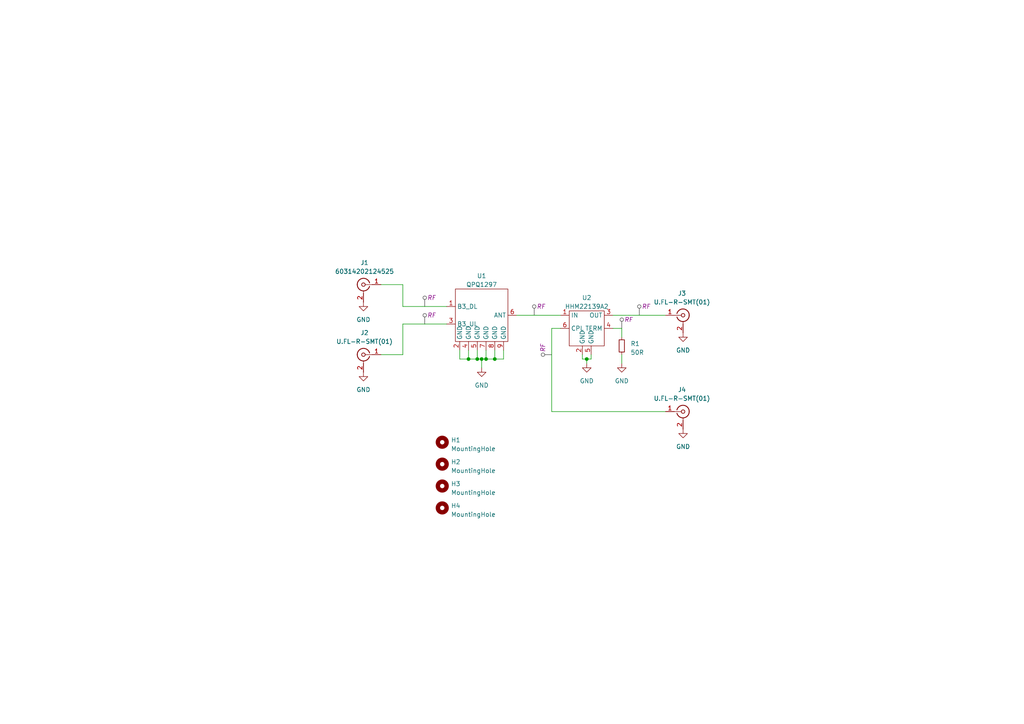
<source format=kicad_sch>
(kicad_sch (version 20230121) (generator eeschema)
  (paper "A4")
  (title_block (title "B3LPD") (rev "0.1") (comment 1 "Band 3 1W Duplexer"))
  (lib_symbols
    (symbol "ABOP_Parts:HHM22139A2"
      (property "Reference" "U" (at 0 10.16 0))
      (property "Value" "HHM22139A2" (at 0 7.62 0))
      (symbol "HHM22139A2_0_1"
        (rectangle (start -5.08 5.08) (end 5.08 -5.08))
      )
      (symbol "HHM22139A2_1_1"
        (pin input line (at -7.62 3.81 0) (length 2.54) (name "IN") (number "1"))
        (pin input line (at -1.27 -7.62 90) (length 2.54) (name "GND") (number "2"))
        (pin input line (at 7.62 3.81 180) (length 2.54) (name "OUT") (number "3"))
        (pin input line (at 7.62 0 180) (length 2.54) (name "TERM") (number "4"))
        (pin input line (at 1.27 -7.62 90) (length 2.54) (name "GND") (number "5"))
        (pin input line (at -7.62 0 0) (length 2.54) (name "CPL") (number "6"))
      )
    )
    (symbol "ABOP_Parts:QPQ1297"
      (property "Reference" "U" (at 0 11.43 0))
      (property "Value" "QPQ1297" (at 0 8.89 0))
      (symbol "QPQ1297_0_1"
        (rectangle (start -7.62 7.62) (end 7.62 -7.62))
      )
      (symbol "QPQ1297_1_1"
        (pin input line (at -10.16 2.54 0) (length 2.54) (name "B3_DL") (number "1"))
        (pin input line (at -6.35 -10.16 90) (length 2.54) (name "GND") (number "2"))
        (pin input line (at -10.16 -2.54 0) (length 2.54) (name "B3_UL") (number "3"))
        (pin input line (at -3.81 -10.16 90) (length 2.54) (name "GND") (number "4"))
        (pin input line (at -1.27 -10.16 90) (length 2.54) (name "GND") (number "5"))
        (pin input line (at 10.16 0 180) (length 2.54) (name "ANT") (number "6"))
        (pin input line (at 1.27 -10.16 90) (length 2.54) (name "GND") (number "7"))
        (pin input line (at 3.81 -10.16 90) (length 2.54) (name "GND") (number "8"))
        (pin input line (at 6.35 -10.16 90) (length 2.54) (name "GND") (number "9"))
      )
    )
    (symbol "Connector:Conn_Coaxial" (pin_names (offset 1.016) hide)
      (property "Reference" "J" (at 0.254 3.048 0))
      (property "Value" "Conn_Coaxial" (at 2.921 0 90))
      (symbol "Conn_Coaxial_0_1"
        (arc (start -1.778 -0.508) (mid 0.2311 -1.8066) (end 1.778 0) (stroke (width 0.254)))
        (polyline (pts (xy -2.54 0) (xy -0.508 0)))
        (polyline (pts (xy 0 -2.54) (xy 0 -1.778)))
        (circle (center 0 0) (radius 0.508) (stroke (width 0.2032)))
        (arc (start 1.778 0) (mid 0.2099 1.8101) (end -1.778 0.508) (stroke (width 0.254)))
      )
      (symbol "Conn_Coaxial_1_1"
        (pin passive line (at -5.08 0 0) (length 2.54) (name "In") (number "1"))
        (pin passive line (at 0 -5.08 90) (length 2.54) (name "Ext") (number "2"))
      )
    )
    (symbol "Device:R_Small" (pin_numbers hide) (pin_names (offset 0.254) hide)
      (property "Reference" "R" (at 0.762 0.508 0))
      (property "Value" "R_Small" (at 0.762 -1.016 0))
      (symbol "R_Small_0_1"
        (rectangle (start -0.762 1.778) (end 0.762 -1.778) (stroke (width 0.2032)))
      )
      (symbol "R_Small_1_1"
        (pin passive line (at 0 2.54 270) (length 0.762) (name "~") (number "1"))
        (pin passive line (at 0 -2.54 90) (length 0.762) (name "~") (number "2"))
      )
    )
    (symbol "Mechanical:MountingHole" (pin_names (offset 1.016))
      (property "Reference" "H" (at 0 5.08 0))
      (property "Value" "MountingHole" (at 0 3.175 0))
      (symbol "MountingHole_0_1"
        (circle (center 0 0) (radius 1.27) (stroke (width 1.27)))
      )
    )
    (symbol "power:GND" (power) (pin_names (offset 0))
      (property "Value" "GND" (at 0 -3.81 0))
      (symbol "GND_0_1"
        (polyline (pts (xy 0 0) (xy 0 -1.27) (xy 1.27 -1.27) (xy 0 -2.54) (xy -1.27 -1.27) (xy 0 -1.27)))
      )
      (symbol "GND_1_1"
        (pin power_in line (at 0 0 270) (length 0) hide (name "GND") (number "1"))
      )
    )
  )
  (junction (at 139.7 104.14))
  (junction (at 135.89 104.14))
  (junction (at 140.97 104.14))
  (junction (at 138.43 104.14))
  (junction (at 170.18 104.14))
  (junction (at 143.51 104.14))
  (wire (pts (xy 149.86 91.44) (xy 162.56 91.44)))
  (wire (pts (xy 133.35 101.6) (xy 133.35 104.14)))
  (wire (pts (xy 135.89 104.14) (xy 138.43 104.14)))
  (wire (pts (xy 140.97 104.14) (xy 143.51 104.14)))
  (wire (pts (xy 138.43 101.6) (xy 138.43 104.14)))
  (wire (pts (xy 143.51 101.6) (xy 143.51 104.14)))
  (wire (pts (xy 116.84 102.87) (xy 110.49 102.87)))
  (wire (pts (xy 135.89 101.6) (xy 135.89 104.14)))
  (wire (pts (xy 170.18 104.14) (xy 170.18 105.41)))
  (wire (pts (xy 180.34 102.87) (xy 180.34 105.41)))
  (wire (pts (xy 177.8 95.25) (xy 180.34 95.25)))
  (wire (pts (xy 177.8 91.44) (xy 193.04 91.44)))
  (wire (pts (xy 168.91 104.14) (xy 168.91 102.87)))
  (wire (pts (xy 160.02 95.25) (xy 162.56 95.25)))
  (wire (pts (xy 171.45 104.14) (xy 170.18 104.14)))
  (wire (pts (xy 129.54 93.98) (xy 116.84 93.98)))
  (wire (pts (xy 146.05 104.14) (xy 146.05 101.6)))
  (wire (pts (xy 116.84 93.98) (xy 116.84 102.87)))
  (wire (pts (xy 193.04 119.38) (xy 160.02 119.38)))
  (wire (pts (xy 138.43 104.14) (xy 139.7 104.14)))
  (wire (pts (xy 160.02 119.38) (xy 160.02 95.25)))
  (wire (pts (xy 139.7 104.14) (xy 140.97 104.14)))
  (wire (pts (xy 116.84 82.55) (xy 110.49 82.55)))
  (wire (pts (xy 170.18 104.14) (xy 168.91 104.14)))
  (wire (pts (xy 129.54 88.9) (xy 116.84 88.9)))
  (wire (pts (xy 140.97 101.6) (xy 140.97 104.14)))
  (wire (pts (xy 171.45 102.87) (xy 171.45 104.14)))
  (wire (pts (xy 116.84 88.9) (xy 116.84 82.55)))
  (wire (pts (xy 143.51 104.14) (xy 146.05 104.14)))
  (wire (pts (xy 180.34 95.25) (xy 180.34 97.79)))
  (wire (pts (xy 139.7 104.14) (xy 139.7 106.68)))
  (wire (pts (xy 133.35 104.14) (xy 135.89 104.14)))
  (netclass_flag "" (length 2.54) (shape round) (at 185.42 91.44 0) (property "Netclass" "RF" (at 186.1185 88.9 0) (effects (font italic) (justify left))))
  (netclass_flag "" (length 2.54) (shape round) (at 123.19 93.98 0) (property "Netclass" "RF" (at 123.8885 91.44 0) (effects (font italic) (justify left))))
  (netclass_flag "" (length 2.54) (shape round) (at 123.19 88.9 0) (property "Netclass" "RF" (at 123.8885 86.36 0) (effects (font italic) (justify left))))
  (netclass_flag "" (length 2.54) (shape round) (at 180.34 95.25 0) (property "Netclass" "RF" (at 181.0385 92.71 0) (effects (font italic) (justify left))))
  (netclass_flag "" (length 2.54) (shape round) (at 160.02 102.87 90) (property "Netclass" "RF" (at 157.48 102.1715 90) (effects (font italic) (justify left))))
  (netclass_flag "" (length 2.54) (shape round) (at 154.94 91.44 0) (property "Netclass" "RF" (at 155.6385 88.9 0) (effects (font italic) (justify left))))
  (symbol (lib_id "Mechanical:MountingHole") (at 128.27 140.97 0) (unit 1)
    (property "Reference" "H3" (at 130.81 140.335 0) (effects (justify left)))
    (property "Value" "MountingHole" (at 130.81 142.875 0) (effects (justify left)))
    (property "Footprint" "MountingHole:MountingHole_2.7mm_M2.5_ISO14580" (effects hide))
  )
  (symbol (lib_id "Mechanical:MountingHole") (at 128.27 134.62 0) (unit 1)
    (property "Reference" "H2" (at 130.81 133.985 0) (effects (justify left)))
    (property "Value" "MountingHole" (at 130.81 136.525 0) (effects (justify left)))
    (property "Footprint" "MountingHole:MountingHole_2.7mm_M2.5_ISO14580" (effects hide))
  )
  (symbol (lib_id "Connector:Conn_Coaxial") (at 105.41 102.87 0) (mirror y) (unit 1)
    (property "Reference" "J2" (at 105.7274 96.52 0))
    (property "Value" "U.FL-R-SMT(01)" (at 105.7274 99.06 0))
    (property "Footprint" "ABOP_Parts:Connector_RF_Hirose_U.FL-R-SMT(01)" (effects hide))
    (property "Datasheet" " ~" (effects hide))
    (property "Manufacturer" "Hirose" (effects hide))
    (property "ManufacturerPartNumber" "U.FL-R-SMT(01)" (effects hide))
  )
  (symbol (lib_id "power:GND") (at 198.12 96.52 0) (mirror y) (unit 1)
    (property "Reference" "#PWR03" (effects hide))
    (property "Value" "GND" (at 198.12 101.6 0))
  )
  (symbol (lib_id "power:GND") (at 105.41 107.95 0) (unit 1)
    (property "Reference" "#PWR02" (effects hide))
    (property "Value" "GND" (at 105.41 113.03 0))
  )
  (symbol (lib_id "Mechanical:MountingHole") (at 128.27 128.27 0) (unit 1)
    (property "Reference" "H1" (at 130.81 127.635 0) (effects (justify left)))
    (property "Value" "MountingHole" (at 130.81 130.175 0) (effects (justify left)))
    (property "Footprint" "MountingHole:MountingHole_2.7mm_M2.5_ISO14580" (effects hide))
  )
  (symbol (lib_id "ABOP_Parts:HHM22139A2") (at 170.18 95.25 0) (unit 1)
    (property "Reference" "U2" (at 170.18 86.36 0))
    (property "Value" "HHM22139A2" (at 170.18 88.9 0))
    (property "Footprint" "ABOP_Parts:TDK_HHM22139A2" (effects hide))
    (property "Datasheet" "https://product.tdk.com/system/files/dam/doc/product/rf/rf/coupler/catalog/rf_coupler_hhm22139a2_en.pdf" (effects hide))
    (property "Manufacturer" "TDK" (effects hide))
    (property "ManufacturerPartNumber" "HHM22139A2" (effects hide))
  )
  (symbol (lib_id "power:GND") (at 180.34 105.41 0) (mirror y) (unit 1)
    (property "Reference" "#PWR07" (effects hide))
    (property "Value" "GND" (at 180.34 110.49 0))
  )
  (symbol (lib_id "power:GND") (at 170.18 105.41 0) (mirror y) (unit 1)
    (property "Reference" "#PWR05" (effects hide))
    (property "Value" "GND" (at 170.18 110.49 0))
  )
  (symbol (lib_id "power:GND") (at 198.12 124.46 0) (mirror y) (unit 1)
    (property "Reference" "#PWR06" (effects hide))
    (property "Value" "GND" (at 198.12 129.54 0))
  )
  (symbol (lib_id "Mechanical:MountingHole") (at 128.27 147.32 0) (unit 1)
    (property "Reference" "H4" (at 130.81 146.685 0) (effects (justify left)))
    (property "Value" "MountingHole" (at 130.81 149.225 0) (effects (justify left)))
    (property "Footprint" "MountingHole:MountingHole_2.7mm_M2.5_ISO14580" (effects hide))
  )
  (symbol (lib_id "Device:R_Small") (at 180.34 100.33 0) (unit 1)
    (property "Reference" "R1" (at 182.88 99.695 0) (effects (justify left)))
    (property "Value" "50R" (at 182.88 102.235 0) (effects (justify left)))
    (property "Footprint" "Resistor_SMD:R_0603_1608Metric" (effects hide))
  )
  (symbol (lib_id "power:GND") (at 139.7 106.68 0) (mirror y) (unit 1)
    (property "Reference" "#PWR04" (effects hide))
    (property "Value" "GND" (at 139.7 111.76 0))
  )
  (symbol (lib_id "Connector:Conn_Coaxial") (at 105.41 82.55 0) (mirror y) (unit 1)
    (property "Reference" "J1" (at 105.7274 76.2 0))
    (property "Value" "60314202124525" (at 105.7274 78.74 0))
    (property "Footprint" "ABOP_Parts:Wurth_60314202124525" (effects hide))
    (property "Datasheet" " ~" (effects hide))
    (property "Manufacturer" "Wurth" (effects hide))
    (property "ManufacturerPartNumber" "60314202124525" (effects hide))
  )
  (symbol (lib_id "Connector:Conn_Coaxial") (at 198.12 119.38 0) (unit 1)
    (property "Reference" "J4" (at 197.8026 113.03 0))
    (property "Value" "U.FL-R-SMT(01)" (at 197.8026 115.57 0))
    (property "Footprint" "ABOP_Parts:Connector_RF_Hirose_U.FL-R-SMT(01)" (effects hide))
    (property "Datasheet" " ~" (effects hide))
    (property "Manufacturer" "Hirose" (effects hide))
    (property "ManufacturerPartNumber" "U.FL-R-SMT(01)" (effects hide))
  )
  (symbol (lib_id "power:GND") (at 105.41 87.63 0) (unit 1)
    (property "Reference" "#PWR01" (effects hide))
    (property "Value" "GND" (at 105.41 92.71 0))
  )
  (symbol (lib_id "ABOP_Parts:QPQ1297") (at 139.7 91.44 0) (unit 1)
    (property "Reference" "U1" (at 139.7 80.01 0))
    (property "Value" "QPQ1297" (at 139.7 82.55 0))
    (property "Footprint" "ABOP_Parts:Qorvo_QPQ1297" (effects hide))
    (property "Datasheet" "https://www.qorvo.com/products/p/QPQ1297#documents" (effects hide))
    (property "Manufacturer" "Qorvo" (effects hide))
    (property "ManufacturerPartNumber" "QPQ1297" (effects hide))
  )
  (symbol (lib_id "Connector:Conn_Coaxial") (at 198.12 91.44 0) (unit 1)
    (property "Reference" "J3" (at 197.8026 85.09 0))
    (property "Value" "U.FL-R-SMT(01)" (at 197.8026 87.63 0))
    (property "Footprint" "ABOP_Parts:Connector_RF_Hirose_U.FL-R-SMT(01)" (effects hide))
    (property "Datasheet" " ~" (effects hide))
    (property "Manufacturer" "Hirose" (effects hide))
    (property "ManufacturerPartNumber" "U.FL-R-SMT(01)" (effects hide))
  )
)
</source>
